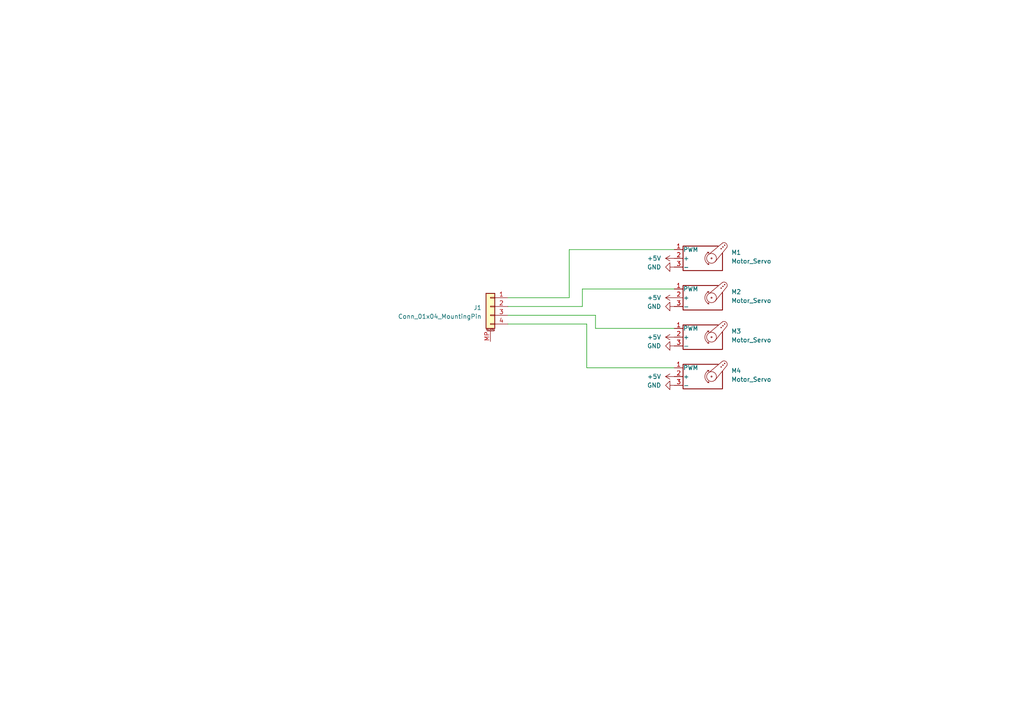
<source format=kicad_sch>
(kicad_sch (version 20230121) (generator eeschema)
  (paper "A4")
  (lib_symbols
    (symbol "Connector_Generic_MountingPin:Conn_01x04_MountingPin" (pin_names (offset 1.016) hide)
      (property "Reference" "J" (at 0 5.08 0))
      (property "Value" "Conn_01x04_MountingPin" (at 1.27 -7.62 0))
      (symbol "Conn_01x04_MountingPin_1_1"
        (rectangle (start -1.27 -4.953) (end 0 -5.207) (stroke (width 0.1524)))
        (rectangle (start -1.27 -2.413) (end 0 -2.667) (stroke (width 0.1524)))
        (rectangle (start -1.27 0.127) (end 0 -0.127) (stroke (width 0.1524)))
        (rectangle (start -1.27 2.667) (end 0 2.413) (stroke (width 0.1524)))
        (rectangle (start -1.27 3.81) (end 1.27 -6.35) (stroke (width 0.254)) (fill (type background)))
        (polyline (pts (xy -1.016 -7.112) (xy 1.016 -7.112)) (stroke (width 0.1524)))
        (text "Mounting" (at 0 -6.731 0) (effects (font (size 0.381 0.381))))
        (pin passive line (at -5.08 2.54 0) (length 3.81) (name "Pin_1") (number "1"))
        (pin passive line (at -5.08 0 0) (length 3.81) (name "Pin_2") (number "2"))
        (pin passive line (at -5.08 -2.54 0) (length 3.81) (name "Pin_3") (number "3"))
        (pin passive line (at -5.08 -5.08 0) (length 3.81) (name "Pin_4") (number "4"))
        (pin passive line (at 0 -10.16 90) (length 3.048) (name "MountPin") (number "MP"))
      )
    )
    (symbol "Motor:Motor_Servo" (pin_names (offset 0.0254))
      (property "Reference" "M" (at -5.08 4.445 0))
      (property "Value" "Motor_Servo" (at -5.08 -4.064 0))
      (symbol "Motor_Servo_0_1"
        (polyline (pts (xy 2.413 -1.778) (xy 2.032 -1.778)))
        (polyline (pts (xy 2.413 -1.778) (xy 2.286 -1.397)))
        (polyline (pts (xy 2.413 1.778) (xy 1.905 1.778)))
        (polyline (pts (xy 2.413 1.778) (xy 2.286 1.397)))
        (polyline (pts (xy 6.35 4.445) (xy 2.54 1.27)))
        (polyline (pts (xy 7.62 3.175) (xy 4.191 -1.016)))
        (polyline (pts (xy 5.08 3.556) (xy -5.08 3.556) (xy -5.08 -3.556) (xy 6.35 -3.556) (xy 6.35 1.524)) (stroke (width 0.254)))
        (arc (start 2.413 1.778) (mid 1.2406 0) (end 2.413 -1.778))
        (circle (center 3.175 0) (radius 0.1778))
        (circle (center 3.175 0) (radius 1.4224))
        (circle (center 5.969 2.794) (radius 0.127))
        (circle (center 6.477 3.302) (radius 0.127))
        (circle (center 6.985 3.81) (radius 0.127))
        (arc (start 7.62 3.175) (mid 7.4485 4.2735) (end 6.35 4.445))
      )
      (symbol "Motor_Servo_1_1"
        (pin passive line (at -7.62 2.54 0) (length 2.54) (name "PWM") (number "1"))
        (pin passive line (at -7.62 0 0) (length 2.54) (name "+") (number "2"))
        (pin passive line (at -7.62 -2.54 0) (length 2.54) (name "-") (number "3"))
      )
    )
    (symbol "power:+5V" (power) (pin_names (offset 0))
      (property "Value" "+5V" (at 0 3.556 0))
      (symbol "+5V_0_1"
        (polyline (pts (xy -0.762 1.27) (xy 0 2.54)))
        (polyline (pts (xy 0 0) (xy 0 2.54)))
        (polyline (pts (xy 0 2.54) (xy 0.762 1.27)))
      )
      (symbol "+5V_1_1"
        (pin power_in line (at 0 0 90) (length 0) hide (name "+5V") (number "1"))
      )
    )
    (symbol "power:GND" (power) (pin_names (offset 0))
      (property "Value" "GND" (at 0 -3.81 0))
      (symbol "GND_0_1"
        (polyline (pts (xy 0 0) (xy 0 -1.27) (xy 1.27 -1.27) (xy 0 -2.54) (xy -1.27 -1.27) (xy 0 -1.27)))
      )
      (symbol "GND_1_1"
        (pin power_in line (at 0 0 270) (length 0) hide (name "GND") (number "1"))
      )
    )
  )
  (wire (pts (xy 195.58 95.25) (xy 172.72 95.25)))
  (wire (pts (xy 172.72 95.25) (xy 172.72 91.44)))
  (wire (pts (xy 165.1 72.39) (xy 165.1 86.36)))
  (wire (pts (xy 195.58 83.82) (xy 168.91 83.82)))
  (wire (pts (xy 172.72 91.44) (xy 147.32 91.44)))
  (wire (pts (xy 165.1 86.36) (xy 147.32 86.36)))
  (wire (pts (xy 170.18 106.68) (xy 195.58 106.68)))
  (wire (pts (xy 170.18 93.98) (xy 170.18 106.68)))
  (wire (pts (xy 195.58 72.39) (xy 165.1 72.39)))
  (wire (pts (xy 147.32 93.98) (xy 170.18 93.98)))
  (wire (pts (xy 168.91 83.82) (xy 168.91 88.9)))
  (wire (pts (xy 168.91 88.9) (xy 147.32 88.9)))
  (symbol (lib_id "Connector_Generic_MountingPin:Conn_01x04_MountingPin") (at 142.24 88.9 0) (mirror y) (unit 1)
    (property "Reference" "J1" (at 139.7 89.2556 0) (effects (justify left)))
    (property "Value" "Conn_01x04_MountingPin" (at 139.7 91.7956 0) (effects (justify left)))
  )
  (symbol (lib_id "power:GND") (at 195.58 88.9 270) (unit 1)
    (property "Reference" "#PWR01" (effects hide))
    (property "Value" "GND" (at 191.77 88.9 90) (effects (justify right)))
  )
  (symbol (lib_id "power:GND") (at 195.58 77.47 270) (unit 1)
    (property "Reference" "#PWR02" (effects hide))
    (property "Value" "GND" (at 191.77 77.47 90) (effects (justify right)))
  )
  (symbol (lib_id "Motor:Motor_Servo") (at 203.2 74.93 0) (unit 1)
    (property "Reference" "M1" (at 212.09 73.2266 0) (effects (justify left)))
    (property "Value" "Motor_Servo" (at 212.09 75.7666 0) (effects (justify left)))
    (property "Footprint" "Connector_PinHeader_2.54mm:PinHeader_1x03_P2.54mm_Vertical" (effects hide))
    (property "Datasheet" "http://forums.parallax.com/uploads/attachments/46831/74481.png" (effects hide))
  )
  (symbol (lib_id "power:GND") (at 195.58 100.33 270) (unit 1)
    (property "Reference" "#PWR03" (effects hide))
    (property "Value" "GND" (at 191.77 100.33 90) (effects (justify right)))
  )
  (symbol (lib_id "power:GND") (at 195.58 111.76 270) (unit 1)
    (property "Reference" "#PWR04" (effects hide))
    (property "Value" "GND" (at 191.77 111.76 90) (effects (justify right)))
  )
  (symbol (lib_id "Motor:Motor_Servo") (at 203.2 86.36 0) (unit 1)
    (property "Reference" "M2" (at 212.09 84.6566 0) (effects (justify left)))
    (property "Value" "Motor_Servo" (at 212.09 87.1966 0) (effects (justify left)))
    (property "Footprint" "Connector_PinHeader_2.54mm:PinHeader_1x03_P2.54mm_Vertical" (effects hide))
    (property "Datasheet" "http://forums.parallax.com/uploads/attachments/46831/74481.png" (effects hide))
  )
  (symbol (lib_id "power:+5V") (at 195.58 109.22 90) (unit 1)
    (property "Reference" "#PWR08" (effects hide))
    (property "Value" "+5V" (at 191.77 109.22 90) (effects (justify left)))
  )
  (symbol (lib_id "Motor:Motor_Servo") (at 203.2 109.22 0) (unit 1)
    (property "Reference" "M4" (at 212.09 107.5166 0) (effects (justify left)))
    (property "Value" "Motor_Servo" (at 212.09 110.0566 0) (effects (justify left)))
    (property "Footprint" "Connector_PinHeader_2.54mm:PinHeader_1x03_P2.54mm_Vertical" (effects hide))
    (property "Datasheet" "http://forums.parallax.com/uploads/attachments/46831/74481.png" (effects hide))
  )
  (symbol (lib_id "power:+5V") (at 195.58 86.36 90) (unit 1)
    (property "Reference" "#PWR06" (effects hide))
    (property "Value" "+5V" (at 191.77 86.36 90) (effects (justify left)))
  )
  (symbol (lib_id "Motor:Motor_Servo") (at 203.2 97.79 0) (unit 1)
    (property "Reference" "M3" (at 212.09 96.0866 0) (effects (justify left)))
    (property "Value" "Motor_Servo" (at 212.09 98.6266 0) (effects (justify left)))
    (property "Footprint" "Connector_PinHeader_2.54mm:PinHeader_1x03_P2.54mm_Vertical" (effects hide))
    (property "Datasheet" "http://forums.parallax.com/uploads/attachments/46831/74481.png" (effects hide))
  )
  (symbol (lib_id "power:+5V") (at 195.58 74.93 90) (unit 1)
    (property "Reference" "#PWR05" (effects hide))
    (property "Value" "+5V" (at 191.77 74.93 90) (effects (justify left)))
  )
  (symbol (lib_id "power:+5V") (at 195.58 97.79 90) (unit 1)
    (property "Reference" "#PWR07" (effects hide))
    (property "Value" "+5V" (at 191.77 97.79 90) (effects (justify left)))
  )
)
</source>
